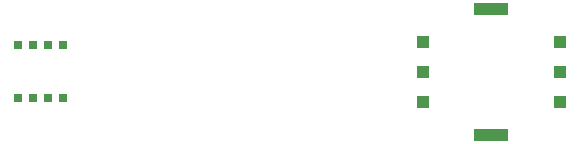
<source format=gtp>
G75*
%MOIN*%
%OFA0B0*%
%FSLAX25Y25*%
%IPPOS*%
%LPD*%
%AMOC8*
5,1,8,0,0,1.08239X$1,22.5*
%
%ADD10R,0.04331X0.03937*%
%ADD11R,0.11811X0.03937*%
%ADD12R,0.02992X0.03150*%
D10*
X0192215Y0069066D03*
X0192215Y0079066D03*
X0192215Y0089066D03*
X0237885Y0089066D03*
X0237885Y0079066D03*
X0237885Y0069066D03*
D11*
X0215050Y0058199D03*
X0215050Y0099932D03*
D12*
X0057391Y0070327D03*
X0062391Y0070327D03*
X0067391Y0070327D03*
X0072430Y0070327D03*
X0072391Y0088004D03*
X0067391Y0088004D03*
X0062391Y0087923D03*
X0057391Y0088004D03*
M02*

</source>
